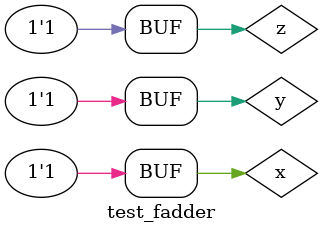
<source format=v>
`include "fadder.v"
module test_fadder;
	reg x,y,z;
	 wire s,c;
	 fadder fl(s,c,x,y,z);
	 initial
	 $monitor(,$time," x=%b, y=%b, z=%b, s=%b, c=%b",x,y,z,s,c);
	 initial
	 begin
	 #0 x=1'b0;y=1'b0;z=1'b0;
	 #4 x=1'b1;y=1'b0;z=1'b0;
	 #4 x=1'b0;y=1'b1;z=1'b0;
	 #4 x=1'b1;y=1'b1;z=1'b0;
	 #4 x=1'b0;y=1'b0;z=1'b1;
	 #4 x=1'b1;y=1'b0;z=1'b1;
	 #4 x=1'b0;y=1'b1;z=1'b1;
	 #4 x=1'b1;y=1'b1;z=1'b1;
	 end

endmodule
</source>
